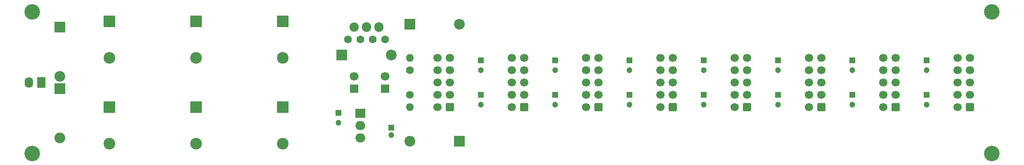
<source format=gbr>
%TF.GenerationSoftware,KiCad,Pcbnew,(6.0.5)*%
%TF.CreationDate,2022-05-21T21:36:39-04:00*%
%TF.ProjectId,supply_lvac,73757070-6c79-45f6-9c76-61632e6b6963,rev?*%
%TF.SameCoordinates,Original*%
%TF.FileFunction,Soldermask,Top*%
%TF.FilePolarity,Negative*%
%FSLAX46Y46*%
G04 Gerber Fmt 4.6, Leading zero omitted, Abs format (unit mm)*
G04 Created by KiCad (PCBNEW (6.0.5)) date 2022-05-21 21:36:39*
%MOMM*%
%LPD*%
G01*
G04 APERTURE LIST*
G04 Aperture macros list*
%AMRoundRect*
0 Rectangle with rounded corners*
0 $1 Rounding radius*
0 $2 $3 $4 $5 $6 $7 $8 $9 X,Y pos of 4 corners*
0 Add a 4 corners polygon primitive as box body*
4,1,4,$2,$3,$4,$5,$6,$7,$8,$9,$2,$3,0*
0 Add four circle primitives for the rounded corners*
1,1,$1+$1,$2,$3*
1,1,$1+$1,$4,$5*
1,1,$1+$1,$6,$7*
1,1,$1+$1,$8,$9*
0 Add four rect primitives between the rounded corners*
20,1,$1+$1,$2,$3,$4,$5,0*
20,1,$1+$1,$4,$5,$6,$7,0*
20,1,$1+$1,$6,$7,$8,$9,0*
20,1,$1+$1,$8,$9,$2,$3,0*%
G04 Aperture macros list end*
%ADD10C,3.200000*%
%ADD11RoundRect,0.250000X0.600000X0.600000X-0.600000X0.600000X-0.600000X-0.600000X0.600000X-0.600000X0*%
%ADD12C,1.700000*%
%ADD13R,2.000000X1.905000*%
%ADD14O,2.000000X1.905000*%
%ADD15R,2.200000X2.200000*%
%ADD16O,2.200000X2.200000*%
%ADD17R,1.200000X1.200000*%
%ADD18C,1.200000*%
%ADD19R,2.400000X2.400000*%
%ADD20C,2.400000*%
%ADD21C,1.600000*%
%ADD22R,1.800000X1.800000*%
%ADD23C,1.800000*%
%ADD24RoundRect,0.250000X0.620000X0.845000X-0.620000X0.845000X-0.620000X-0.845000X0.620000X-0.845000X0*%
%ADD25O,1.740000X2.190000*%
%ADD26C,1.905000*%
%ADD27O,1.905000X2.000000*%
%ADD28O,1.600000X1.600000*%
G04 APERTURE END LIST*
D10*
%TO.C,H1*%
X51435000Y-41275000D03*
%TD*%
D11*
%TO.C,J7*%
X213360000Y-60960000D03*
D12*
X210820000Y-60960000D03*
X213360000Y-58420000D03*
X210820000Y-58420000D03*
X213360000Y-55880000D03*
X210820000Y-55880000D03*
X213360000Y-53340000D03*
X210820000Y-53340000D03*
X213360000Y-50800000D03*
X210820000Y-50800000D03*
%TD*%
D13*
%TO.C,U2*%
X118745000Y-62230000D03*
D14*
X118745000Y-64770000D03*
X118745000Y-67310000D03*
%TD*%
D11*
%TO.C,J9*%
X243840000Y-60960000D03*
D12*
X241300000Y-60960000D03*
X243840000Y-58420000D03*
X241300000Y-58420000D03*
X243840000Y-55880000D03*
X241300000Y-55880000D03*
X243840000Y-53340000D03*
X241300000Y-53340000D03*
X243840000Y-50800000D03*
X241300000Y-50800000D03*
%TD*%
D15*
%TO.C,D3*%
X114935000Y-50165000D03*
D16*
X125095000Y-50165000D03*
%TD*%
D15*
%TO.C,D1*%
X57150000Y-44450000D03*
D16*
X57150000Y-54610000D03*
%TD*%
D11*
%TO.C,J2*%
X137160000Y-60960000D03*
D12*
X134620000Y-60960000D03*
X137160000Y-58420000D03*
X134620000Y-58420000D03*
X137160000Y-55880000D03*
X134620000Y-55880000D03*
X137160000Y-53340000D03*
X134620000Y-53340000D03*
X137160000Y-50800000D03*
X134620000Y-50800000D03*
%TD*%
D17*
%TO.C,C12*%
X143510000Y-58420000D03*
D18*
X143510000Y-60420000D03*
%TD*%
D19*
%TO.C,C5*%
X85090000Y-60960000D03*
D20*
X85090000Y-68460000D03*
%TD*%
D21*
%TO.C,C7*%
X118745000Y-46990000D03*
X116245000Y-46990000D03*
%TD*%
D17*
%TO.C,C16*%
X173990000Y-58420000D03*
D18*
X173990000Y-60420000D03*
%TD*%
D17*
%TO.C,C8*%
X114300000Y-62135000D03*
D18*
X114300000Y-64135000D03*
%TD*%
D22*
%TO.C,D7*%
X117475000Y-57155000D03*
D23*
X117475000Y-54615000D03*
%TD*%
D11*
%TO.C,J4*%
X167640000Y-60960000D03*
D12*
X165100000Y-60960000D03*
X167640000Y-58420000D03*
X165100000Y-58420000D03*
X167640000Y-55880000D03*
X165100000Y-55880000D03*
X167640000Y-53340000D03*
X165100000Y-53340000D03*
X167640000Y-50800000D03*
X165100000Y-50800000D03*
%TD*%
D19*
%TO.C,C6*%
X102870000Y-60960000D03*
D20*
X102870000Y-68460000D03*
%TD*%
D15*
%TO.C,D4*%
X128905000Y-43815000D03*
D16*
X139065000Y-43815000D03*
%TD*%
D17*
%TO.C,C13*%
X158750000Y-51340000D03*
D18*
X158750000Y-53340000D03*
%TD*%
D10*
%TO.C,H2*%
X51435000Y-70485000D03*
%TD*%
D17*
%TO.C,C23*%
X234950000Y-51340000D03*
D18*
X234950000Y-53340000D03*
%TD*%
D22*
%TO.C,D6*%
X123825000Y-57150000D03*
D23*
X123825000Y-54610000D03*
%TD*%
D17*
%TO.C,C11*%
X143510000Y-51340000D03*
D18*
X143510000Y-53340000D03*
%TD*%
D17*
%TO.C,C22*%
X219710000Y-58420000D03*
D18*
X219710000Y-60420000D03*
%TD*%
D10*
%TO.C,H3*%
X248285000Y-41275000D03*
%TD*%
D11*
%TO.C,J5*%
X182880000Y-60960000D03*
D12*
X180340000Y-60960000D03*
X182880000Y-58420000D03*
X180340000Y-58420000D03*
X182880000Y-55880000D03*
X180340000Y-55880000D03*
X182880000Y-53340000D03*
X180340000Y-53340000D03*
X182880000Y-50800000D03*
X180340000Y-50800000D03*
%TD*%
D17*
%TO.C,C10*%
X125095000Y-65175000D03*
D18*
X125095000Y-66675000D03*
%TD*%
D15*
%TO.C,D5*%
X139065000Y-67945000D03*
D16*
X128905000Y-67945000D03*
%TD*%
D21*
%TO.C,C9*%
X123785000Y-46990000D03*
X121285000Y-46990000D03*
%TD*%
D24*
%TO.C,J1*%
X53340000Y-55880000D03*
D25*
X50800000Y-55880000D03*
%TD*%
D15*
%TO.C,D2*%
X57150000Y-57150000D03*
D16*
X57150000Y-67310000D03*
%TD*%
D17*
%TO.C,C18*%
X189230000Y-58420000D03*
D18*
X189230000Y-60420000D03*
%TD*%
D11*
%TO.C,J8*%
X228600000Y-60960000D03*
D12*
X226060000Y-60960000D03*
X228600000Y-58420000D03*
X226060000Y-58420000D03*
X228600000Y-55880000D03*
X226060000Y-55880000D03*
X228600000Y-53340000D03*
X226060000Y-53340000D03*
X228600000Y-50800000D03*
X226060000Y-50800000D03*
%TD*%
D17*
%TO.C,C17*%
X189230000Y-51340000D03*
D18*
X189230000Y-53340000D03*
%TD*%
D26*
%TO.C,U1*%
X117475000Y-44450000D03*
D27*
X120015000Y-44450000D03*
X122555000Y-44450000D03*
%TD*%
D17*
%TO.C,C24*%
X234950000Y-58420000D03*
D18*
X234950000Y-60420000D03*
%TD*%
D19*
%TO.C,C4*%
X67310000Y-60960000D03*
D20*
X67310000Y-68460000D03*
%TD*%
D21*
%TO.C,R2*%
X128905000Y-58420000D03*
D28*
X128905000Y-60960000D03*
%TD*%
D19*
%TO.C,C1*%
X67310000Y-43300000D03*
D20*
X67310000Y-50800000D03*
%TD*%
D17*
%TO.C,C14*%
X158750000Y-58420000D03*
D18*
X158750000Y-60420000D03*
%TD*%
D17*
%TO.C,C21*%
X219710000Y-51340000D03*
D18*
X219710000Y-53340000D03*
%TD*%
D11*
%TO.C,J6*%
X198120000Y-60960000D03*
D12*
X195580000Y-60960000D03*
X198120000Y-58420000D03*
X195580000Y-58420000D03*
X198120000Y-55880000D03*
X195580000Y-55880000D03*
X198120000Y-53340000D03*
X195580000Y-53340000D03*
X198120000Y-50800000D03*
X195580000Y-50800000D03*
%TD*%
D10*
%TO.C,H4*%
X248285000Y-70485000D03*
%TD*%
D17*
%TO.C,C19*%
X204470000Y-51340000D03*
D18*
X204470000Y-53340000D03*
%TD*%
D11*
%TO.C,J3*%
X152400000Y-60960000D03*
D12*
X149860000Y-60960000D03*
X152400000Y-58420000D03*
X149860000Y-58420000D03*
X152400000Y-55880000D03*
X149860000Y-55880000D03*
X152400000Y-53340000D03*
X149860000Y-53340000D03*
X152400000Y-50800000D03*
X149860000Y-50800000D03*
%TD*%
D19*
%TO.C,C2*%
X85090000Y-43300000D03*
D20*
X85090000Y-50800000D03*
%TD*%
D19*
%TO.C,C3*%
X102870000Y-43300000D03*
D20*
X102870000Y-50800000D03*
%TD*%
D17*
%TO.C,C20*%
X204470000Y-58420000D03*
D18*
X204470000Y-60420000D03*
%TD*%
D17*
%TO.C,C15*%
X173990000Y-51340000D03*
D18*
X173990000Y-53340000D03*
%TD*%
D21*
%TO.C,R1*%
X128905000Y-53340000D03*
D28*
X128905000Y-50800000D03*
%TD*%
M02*

</source>
